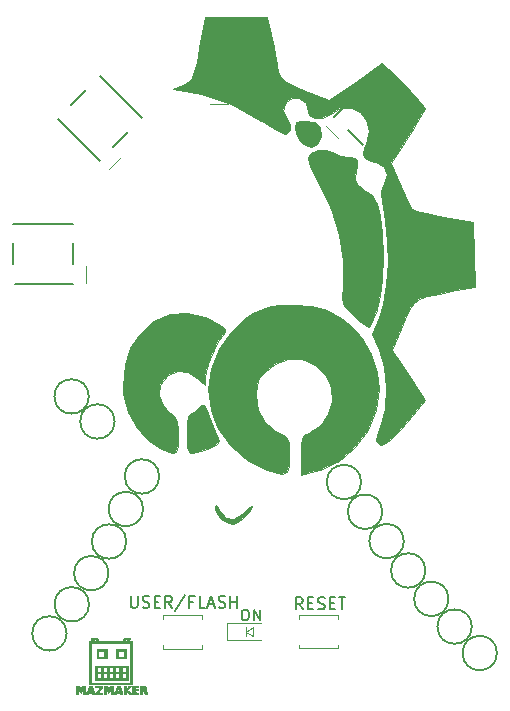
<source format=gto>
%TF.GenerationSoftware,KiCad,Pcbnew,no-vcs-found-08a9dc0~61~ubuntu16.04.1*%
%TF.CreationDate,2017-11-29T13:42:57-07:00*%
%TF.ProjectId,001,3030312E6B696361645F706362000000,rev?*%
%TF.SameCoordinates,Original*%
%TF.FileFunction,Legend,Top*%
%TF.FilePolarity,Positive*%
%FSLAX46Y46*%
G04 Gerber Fmt 4.6, Leading zero omitted, Abs format (unit mm)*
G04 Created by KiCad (PCBNEW no-vcs-found-08a9dc0~61~ubuntu16.04.1) date Wed Nov 29 13:42:57 2017*
%MOMM*%
%LPD*%
G01*
G04 APERTURE LIST*
%ADD10C,0.152400*%
%ADD11C,0.010000*%
%ADD12C,0.050000*%
%ADD13C,0.120000*%
%ADD14C,0.100000*%
G04 APERTURE END LIST*
D10*
X135372619Y-99852380D02*
X135039285Y-99376190D01*
X134801190Y-99852380D02*
X134801190Y-98852380D01*
X135182142Y-98852380D01*
X135277380Y-98900000D01*
X135325000Y-98947619D01*
X135372619Y-99042857D01*
X135372619Y-99185714D01*
X135325000Y-99280952D01*
X135277380Y-99328571D01*
X135182142Y-99376190D01*
X134801190Y-99376190D01*
X135801190Y-99328571D02*
X136134523Y-99328571D01*
X136277380Y-99852380D02*
X135801190Y-99852380D01*
X135801190Y-98852380D01*
X136277380Y-98852380D01*
X136658333Y-99804761D02*
X136801190Y-99852380D01*
X137039285Y-99852380D01*
X137134523Y-99804761D01*
X137182142Y-99757142D01*
X137229761Y-99661904D01*
X137229761Y-99566666D01*
X137182142Y-99471428D01*
X137134523Y-99423809D01*
X137039285Y-99376190D01*
X136848809Y-99328571D01*
X136753571Y-99280952D01*
X136705952Y-99233333D01*
X136658333Y-99138095D01*
X136658333Y-99042857D01*
X136705952Y-98947619D01*
X136753571Y-98900000D01*
X136848809Y-98852380D01*
X137086904Y-98852380D01*
X137229761Y-98900000D01*
X137658333Y-99328571D02*
X137991666Y-99328571D01*
X138134523Y-99852380D02*
X137658333Y-99852380D01*
X137658333Y-98852380D01*
X138134523Y-98852380D01*
X138420238Y-98852380D02*
X138991666Y-98852380D01*
X138705952Y-99852380D02*
X138705952Y-98852380D01*
X120825000Y-98727380D02*
X120825000Y-99536904D01*
X120872619Y-99632142D01*
X120920238Y-99679761D01*
X121015476Y-99727380D01*
X121205952Y-99727380D01*
X121301190Y-99679761D01*
X121348809Y-99632142D01*
X121396428Y-99536904D01*
X121396428Y-98727380D01*
X121825000Y-99679761D02*
X121967857Y-99727380D01*
X122205952Y-99727380D01*
X122301190Y-99679761D01*
X122348809Y-99632142D01*
X122396428Y-99536904D01*
X122396428Y-99441666D01*
X122348809Y-99346428D01*
X122301190Y-99298809D01*
X122205952Y-99251190D01*
X122015476Y-99203571D01*
X121920238Y-99155952D01*
X121872619Y-99108333D01*
X121825000Y-99013095D01*
X121825000Y-98917857D01*
X121872619Y-98822619D01*
X121920238Y-98775000D01*
X122015476Y-98727380D01*
X122253571Y-98727380D01*
X122396428Y-98775000D01*
X122825000Y-99203571D02*
X123158333Y-99203571D01*
X123301190Y-99727380D02*
X122825000Y-99727380D01*
X122825000Y-98727380D01*
X123301190Y-98727380D01*
X124301190Y-99727380D02*
X123967857Y-99251190D01*
X123729761Y-99727380D02*
X123729761Y-98727380D01*
X124110714Y-98727380D01*
X124205952Y-98775000D01*
X124253571Y-98822619D01*
X124301190Y-98917857D01*
X124301190Y-99060714D01*
X124253571Y-99155952D01*
X124205952Y-99203571D01*
X124110714Y-99251190D01*
X123729761Y-99251190D01*
X125444047Y-98679761D02*
X124586904Y-99965476D01*
X126110714Y-99203571D02*
X125777380Y-99203571D01*
X125777380Y-99727380D02*
X125777380Y-98727380D01*
X126253571Y-98727380D01*
X127110714Y-99727380D02*
X126634523Y-99727380D01*
X126634523Y-98727380D01*
X127396428Y-99441666D02*
X127872619Y-99441666D01*
X127301190Y-99727380D02*
X127634523Y-98727380D01*
X127967857Y-99727380D01*
X128253571Y-99679761D02*
X128396428Y-99727380D01*
X128634523Y-99727380D01*
X128729761Y-99679761D01*
X128777380Y-99632142D01*
X128825000Y-99536904D01*
X128825000Y-99441666D01*
X128777380Y-99346428D01*
X128729761Y-99298809D01*
X128634523Y-99251190D01*
X128444047Y-99203571D01*
X128348809Y-99155952D01*
X128301190Y-99108333D01*
X128253571Y-99013095D01*
X128253571Y-98917857D01*
X128301190Y-98822619D01*
X128348809Y-98775000D01*
X128444047Y-98727380D01*
X128682142Y-98727380D01*
X128825000Y-98775000D01*
X129253571Y-99727380D02*
X129253571Y-98727380D01*
X129253571Y-99203571D02*
X129825000Y-99203571D01*
X129825000Y-99727380D02*
X129825000Y-98727380D01*
X130432857Y-99887142D02*
X130604285Y-99887142D01*
X130690000Y-99930000D01*
X130775714Y-100015714D01*
X130818571Y-100187142D01*
X130818571Y-100487142D01*
X130775714Y-100658571D01*
X130690000Y-100744285D01*
X130604285Y-100787142D01*
X130432857Y-100787142D01*
X130347142Y-100744285D01*
X130261428Y-100658571D01*
X130218571Y-100487142D01*
X130218571Y-100187142D01*
X130261428Y-100015714D01*
X130347142Y-99930000D01*
X130432857Y-99887142D01*
X131204285Y-100787142D02*
X131204285Y-99887142D01*
X131718571Y-100787142D01*
X131718571Y-99887142D01*
D11*
%TO.C,G\002A\002A\002A*%
G36*
X116480520Y-106530145D02*
X116563498Y-106713090D01*
X116638499Y-106530228D01*
X116713500Y-106347365D01*
X116821450Y-106347282D01*
X116929400Y-106347200D01*
X116929400Y-107033000D01*
X116778839Y-107033000D01*
X116771569Y-106785587D01*
X116764300Y-106538174D01*
X116690411Y-106722087D01*
X116649008Y-106818431D01*
X116616352Y-106875167D01*
X116586198Y-106901222D01*
X116561733Y-106906000D01*
X116527141Y-106895423D01*
X116492906Y-106857982D01*
X116452370Y-106785105D01*
X116428504Y-106734550D01*
X116350064Y-106563100D01*
X116345200Y-107033000D01*
X116167400Y-107033000D01*
X116167400Y-106347200D01*
X116397543Y-106347200D01*
X116480520Y-106530145D01*
X116480520Y-106530145D01*
G37*
X116480520Y-106530145D02*
X116563498Y-106713090D01*
X116638499Y-106530228D01*
X116713500Y-106347365D01*
X116821450Y-106347282D01*
X116929400Y-106347200D01*
X116929400Y-107033000D01*
X116778839Y-107033000D01*
X116771569Y-106785587D01*
X116764300Y-106538174D01*
X116690411Y-106722087D01*
X116649008Y-106818431D01*
X116616352Y-106875167D01*
X116586198Y-106901222D01*
X116561733Y-106906000D01*
X116527141Y-106895423D01*
X116492906Y-106857982D01*
X116452370Y-106785105D01*
X116428504Y-106734550D01*
X116350064Y-106563100D01*
X116345200Y-107033000D01*
X116167400Y-107033000D01*
X116167400Y-106347200D01*
X116397543Y-106347200D01*
X116480520Y-106530145D01*
G36*
X117622027Y-106674541D02*
X117665803Y-106794859D01*
X117702445Y-106897616D01*
X117728745Y-106973659D01*
X117741494Y-107013835D01*
X117742200Y-107017441D01*
X117719894Y-107027860D01*
X117665272Y-107032910D01*
X117656053Y-107033000D01*
X117593634Y-107025768D01*
X117563096Y-106996707D01*
X117553969Y-106969500D01*
X117540071Y-106932882D01*
X117512841Y-106913896D01*
X117458339Y-106906859D01*
X117398187Y-106906000D01*
X117316146Y-106908433D01*
X117270040Y-106919548D01*
X117245094Y-106945066D01*
X117234200Y-106969500D01*
X117205282Y-107014948D01*
X117154014Y-107031817D01*
X117123007Y-107033000D01*
X117035957Y-107033000D01*
X117139025Y-106756273D01*
X117315573Y-106756273D01*
X117332995Y-106774835D01*
X117379051Y-106778942D01*
X117399300Y-106779000D01*
X117458098Y-106777402D01*
X117487429Y-106773474D01*
X117488179Y-106772650D01*
X117479956Y-106747440D01*
X117458913Y-106689749D01*
X117441585Y-106643671D01*
X117395013Y-106521042D01*
X117352706Y-106631820D01*
X117323303Y-106712266D01*
X117315573Y-106756273D01*
X117139025Y-106756273D01*
X117160478Y-106698674D01*
X117205268Y-106577842D01*
X117242907Y-106475201D01*
X117270205Y-106399539D01*
X117283969Y-106359642D01*
X117285000Y-106355774D01*
X117307653Y-106350544D01*
X117364644Y-106347508D01*
X117393427Y-106347200D01*
X117501855Y-106347200D01*
X117622027Y-106674541D01*
X117622027Y-106674541D01*
G37*
X117622027Y-106674541D02*
X117665803Y-106794859D01*
X117702445Y-106897616D01*
X117728745Y-106973659D01*
X117741494Y-107013835D01*
X117742200Y-107017441D01*
X117719894Y-107027860D01*
X117665272Y-107032910D01*
X117656053Y-107033000D01*
X117593634Y-107025768D01*
X117563096Y-106996707D01*
X117553969Y-106969500D01*
X117540071Y-106932882D01*
X117512841Y-106913896D01*
X117458339Y-106906859D01*
X117398187Y-106906000D01*
X117316146Y-106908433D01*
X117270040Y-106919548D01*
X117245094Y-106945066D01*
X117234200Y-106969500D01*
X117205282Y-107014948D01*
X117154014Y-107031817D01*
X117123007Y-107033000D01*
X117035957Y-107033000D01*
X117139025Y-106756273D01*
X117315573Y-106756273D01*
X117332995Y-106774835D01*
X117379051Y-106778942D01*
X117399300Y-106779000D01*
X117458098Y-106777402D01*
X117487429Y-106773474D01*
X117488179Y-106772650D01*
X117479956Y-106747440D01*
X117458913Y-106689749D01*
X117441585Y-106643671D01*
X117395013Y-106521042D01*
X117352706Y-106631820D01*
X117323303Y-106712266D01*
X117315573Y-106756273D01*
X117139025Y-106756273D01*
X117160478Y-106698674D01*
X117205268Y-106577842D01*
X117242907Y-106475201D01*
X117270205Y-106399539D01*
X117283969Y-106359642D01*
X117285000Y-106355774D01*
X117307653Y-106350544D01*
X117364644Y-106347508D01*
X117393427Y-106347200D01*
X117501855Y-106347200D01*
X117622027Y-106674541D01*
G36*
X118235917Y-106347700D02*
X118319148Y-106350230D01*
X118368807Y-106356331D01*
X118393505Y-106367546D01*
X118401854Y-106385417D01*
X118402600Y-106399511D01*
X118386863Y-106439654D01*
X118344304Y-106507387D01*
X118281897Y-106592376D01*
X118224800Y-106662963D01*
X118152625Y-106750053D01*
X118094537Y-106822774D01*
X118057279Y-106872513D01*
X118047000Y-106890052D01*
X118070253Y-106897912D01*
X118131447Y-106903608D01*
X118217733Y-106905987D01*
X118224800Y-106906000D01*
X118317690Y-106906933D01*
X118370854Y-106912370D01*
X118395359Y-106926264D01*
X118402276Y-106952567D01*
X118402600Y-106969500D01*
X118402600Y-107033000D01*
X118110500Y-107033000D01*
X117985243Y-107032622D01*
X117902143Y-107030350D01*
X117852553Y-107024474D01*
X117827830Y-107013284D01*
X117819329Y-106995070D01*
X117818400Y-106975233D01*
X117834916Y-106929185D01*
X117880853Y-106854461D01*
X117950790Y-106759355D01*
X117996842Y-106702183D01*
X118175284Y-106486900D01*
X117996842Y-106479437D01*
X117903682Y-106474466D01*
X117850284Y-106466442D01*
X117825625Y-106451048D01*
X117818684Y-106423970D01*
X117818400Y-106409587D01*
X117818400Y-106347200D01*
X118110500Y-106347200D01*
X118235917Y-106347700D01*
X118235917Y-106347700D01*
G37*
X118235917Y-106347700D02*
X118319148Y-106350230D01*
X118368807Y-106356331D01*
X118393505Y-106367546D01*
X118401854Y-106385417D01*
X118402600Y-106399511D01*
X118386863Y-106439654D01*
X118344304Y-106507387D01*
X118281897Y-106592376D01*
X118224800Y-106662963D01*
X118152625Y-106750053D01*
X118094537Y-106822774D01*
X118057279Y-106872513D01*
X118047000Y-106890052D01*
X118070253Y-106897912D01*
X118131447Y-106903608D01*
X118217733Y-106905987D01*
X118224800Y-106906000D01*
X118317690Y-106906933D01*
X118370854Y-106912370D01*
X118395359Y-106926264D01*
X118402276Y-106952567D01*
X118402600Y-106969500D01*
X118402600Y-107033000D01*
X118110500Y-107033000D01*
X117985243Y-107032622D01*
X117902143Y-107030350D01*
X117852553Y-107024474D01*
X117827830Y-107013284D01*
X117819329Y-106995070D01*
X117818400Y-106975233D01*
X117834916Y-106929185D01*
X117880853Y-106854461D01*
X117950790Y-106759355D01*
X117996842Y-106702183D01*
X118175284Y-106486900D01*
X117996842Y-106479437D01*
X117903682Y-106474466D01*
X117850284Y-106466442D01*
X117825625Y-106451048D01*
X117818684Y-106423970D01*
X117818400Y-106409587D01*
X117818400Y-106347200D01*
X118110500Y-106347200D01*
X118235917Y-106347700D01*
G36*
X118842720Y-106530145D02*
X118925698Y-106713090D01*
X119000699Y-106530228D01*
X119075700Y-106347365D01*
X119183650Y-106347282D01*
X119291600Y-106347200D01*
X119291600Y-107033000D01*
X119141039Y-107033000D01*
X119133769Y-106785587D01*
X119126500Y-106538174D01*
X119052611Y-106722087D01*
X119011208Y-106818431D01*
X118978552Y-106875167D01*
X118948398Y-106901222D01*
X118923933Y-106906000D01*
X118889341Y-106895423D01*
X118855106Y-106857982D01*
X118814570Y-106785105D01*
X118790704Y-106734550D01*
X118712264Y-106563100D01*
X118707400Y-107033000D01*
X118529600Y-107033000D01*
X118529600Y-106347200D01*
X118759743Y-106347200D01*
X118842720Y-106530145D01*
X118842720Y-106530145D01*
G37*
X118842720Y-106530145D02*
X118925698Y-106713090D01*
X119000699Y-106530228D01*
X119075700Y-106347365D01*
X119183650Y-106347282D01*
X119291600Y-106347200D01*
X119291600Y-107033000D01*
X119141039Y-107033000D01*
X119133769Y-106785587D01*
X119126500Y-106538174D01*
X119052611Y-106722087D01*
X119011208Y-106818431D01*
X118978552Y-106875167D01*
X118948398Y-106901222D01*
X118923933Y-106906000D01*
X118889341Y-106895423D01*
X118855106Y-106857982D01*
X118814570Y-106785105D01*
X118790704Y-106734550D01*
X118712264Y-106563100D01*
X118707400Y-107033000D01*
X118529600Y-107033000D01*
X118529600Y-106347200D01*
X118759743Y-106347200D01*
X118842720Y-106530145D01*
G36*
X119984227Y-106674541D02*
X120028003Y-106794859D01*
X120064645Y-106897616D01*
X120090945Y-106973659D01*
X120103694Y-107013835D01*
X120104400Y-107017441D01*
X120082094Y-107027860D01*
X120027472Y-107032910D01*
X120018253Y-107033000D01*
X119955834Y-107025768D01*
X119925296Y-106996707D01*
X119916169Y-106969500D01*
X119902271Y-106932882D01*
X119875041Y-106913896D01*
X119820539Y-106906859D01*
X119760387Y-106906000D01*
X119678346Y-106908433D01*
X119632240Y-106919548D01*
X119607294Y-106945066D01*
X119596400Y-106969500D01*
X119567482Y-107014948D01*
X119516214Y-107031817D01*
X119485207Y-107033000D01*
X119398157Y-107033000D01*
X119501225Y-106756273D01*
X119677773Y-106756273D01*
X119695195Y-106774835D01*
X119741251Y-106778942D01*
X119761500Y-106779000D01*
X119820298Y-106777402D01*
X119849629Y-106773474D01*
X119850379Y-106772650D01*
X119842156Y-106747440D01*
X119821113Y-106689749D01*
X119803785Y-106643671D01*
X119757213Y-106521042D01*
X119714906Y-106631820D01*
X119685503Y-106712266D01*
X119677773Y-106756273D01*
X119501225Y-106756273D01*
X119522678Y-106698674D01*
X119567468Y-106577842D01*
X119605107Y-106475201D01*
X119632405Y-106399539D01*
X119646169Y-106359642D01*
X119647200Y-106355774D01*
X119669853Y-106350544D01*
X119726844Y-106347508D01*
X119755627Y-106347200D01*
X119864055Y-106347200D01*
X119984227Y-106674541D01*
X119984227Y-106674541D01*
G37*
X119984227Y-106674541D02*
X120028003Y-106794859D01*
X120064645Y-106897616D01*
X120090945Y-106973659D01*
X120103694Y-107013835D01*
X120104400Y-107017441D01*
X120082094Y-107027860D01*
X120027472Y-107032910D01*
X120018253Y-107033000D01*
X119955834Y-107025768D01*
X119925296Y-106996707D01*
X119916169Y-106969500D01*
X119902271Y-106932882D01*
X119875041Y-106913896D01*
X119820539Y-106906859D01*
X119760387Y-106906000D01*
X119678346Y-106908433D01*
X119632240Y-106919548D01*
X119607294Y-106945066D01*
X119596400Y-106969500D01*
X119567482Y-107014948D01*
X119516214Y-107031817D01*
X119485207Y-107033000D01*
X119398157Y-107033000D01*
X119501225Y-106756273D01*
X119677773Y-106756273D01*
X119695195Y-106774835D01*
X119741251Y-106778942D01*
X119761500Y-106779000D01*
X119820298Y-106777402D01*
X119849629Y-106773474D01*
X119850379Y-106772650D01*
X119842156Y-106747440D01*
X119821113Y-106689749D01*
X119803785Y-106643671D01*
X119757213Y-106521042D01*
X119714906Y-106631820D01*
X119685503Y-106712266D01*
X119677773Y-106756273D01*
X119501225Y-106756273D01*
X119522678Y-106698674D01*
X119567468Y-106577842D01*
X119605107Y-106475201D01*
X119632405Y-106399539D01*
X119646169Y-106359642D01*
X119647200Y-106355774D01*
X119669853Y-106350544D01*
X119726844Y-106347508D01*
X119755627Y-106347200D01*
X119864055Y-106347200D01*
X119984227Y-106674541D01*
G36*
X120349524Y-106349640D02*
X120375390Y-106366176D01*
X120383251Y-106410636D01*
X120383800Y-106461500D01*
X120387796Y-106529678D01*
X120397906Y-106570565D01*
X120403911Y-106575800D01*
X120430896Y-106558973D01*
X120481201Y-106515127D01*
X120536200Y-106461500D01*
X120605218Y-106396182D01*
X120659358Y-106361499D01*
X120715502Y-106348439D01*
X120750304Y-106347200D01*
X120852232Y-106347200D01*
X120688573Y-106512326D01*
X120524915Y-106677452D01*
X120877737Y-107033000D01*
X120775863Y-107033000D01*
X120715813Y-107028193D01*
X120665183Y-107008174D01*
X120608968Y-106964548D01*
X120548900Y-106906000D01*
X120484173Y-106842980D01*
X120432433Y-106797533D01*
X120404405Y-106779048D01*
X120403804Y-106779000D01*
X120392391Y-106801852D01*
X120385148Y-106860279D01*
X120383800Y-106906000D01*
X120383800Y-107033000D01*
X120206000Y-107033000D01*
X120206000Y-106347200D01*
X120294900Y-106347200D01*
X120349524Y-106349640D01*
X120349524Y-106349640D01*
G37*
X120349524Y-106349640D02*
X120375390Y-106366176D01*
X120383251Y-106410636D01*
X120383800Y-106461500D01*
X120387796Y-106529678D01*
X120397906Y-106570565D01*
X120403911Y-106575800D01*
X120430896Y-106558973D01*
X120481201Y-106515127D01*
X120536200Y-106461500D01*
X120605218Y-106396182D01*
X120659358Y-106361499D01*
X120715502Y-106348439D01*
X120750304Y-106347200D01*
X120852232Y-106347200D01*
X120688573Y-106512326D01*
X120524915Y-106677452D01*
X120877737Y-107033000D01*
X120775863Y-107033000D01*
X120715813Y-107028193D01*
X120665183Y-107008174D01*
X120608968Y-106964548D01*
X120548900Y-106906000D01*
X120484173Y-106842980D01*
X120432433Y-106797533D01*
X120404405Y-106779048D01*
X120403804Y-106779000D01*
X120392391Y-106801852D01*
X120385148Y-106860279D01*
X120383800Y-106906000D01*
X120383800Y-107033000D01*
X120206000Y-107033000D01*
X120206000Y-106347200D01*
X120294900Y-106347200D01*
X120349524Y-106349640D01*
G36*
X121295690Y-106347668D02*
X121366194Y-106350710D01*
X121404928Y-106358778D01*
X121421405Y-106374328D01*
X121425141Y-106399812D01*
X121425200Y-106409432D01*
X121421151Y-106444754D01*
X121400926Y-106464440D01*
X121352409Y-106474285D01*
X121279150Y-106479282D01*
X121195616Y-106485888D01*
X121150203Y-106498113D01*
X121130231Y-106521284D01*
X121124983Y-106544050D01*
X121124309Y-106576608D01*
X121141894Y-106593687D01*
X121189272Y-106600229D01*
X121258333Y-106601200D01*
X121339007Y-106602846D01*
X121381243Y-106611401D01*
X121397382Y-106632288D01*
X121399800Y-106663372D01*
X121395215Y-106699959D01*
X121373044Y-106719763D01*
X121320659Y-106729397D01*
X121266450Y-106733222D01*
X121188895Y-106739344D01*
X121149331Y-106751457D01*
X121134992Y-106777591D01*
X121133100Y-106817100D01*
X121135210Y-106858725D01*
X121149349Y-106882186D01*
X121187230Y-106893663D01*
X121260568Y-106899338D01*
X121291850Y-106900862D01*
X121378580Y-106906411D01*
X121426178Y-106915979D01*
X121446296Y-106934696D01*
X121450590Y-106967688D01*
X121450600Y-106970712D01*
X121448921Y-106998979D01*
X121437701Y-107017063D01*
X121407666Y-107027238D01*
X121349542Y-107031778D01*
X121254054Y-107032959D01*
X121196600Y-107033000D01*
X120942600Y-107033000D01*
X120942600Y-106347200D01*
X121183900Y-106347200D01*
X121295690Y-106347668D01*
X121295690Y-106347668D01*
G37*
X121295690Y-106347668D02*
X121366194Y-106350710D01*
X121404928Y-106358778D01*
X121421405Y-106374328D01*
X121425141Y-106399812D01*
X121425200Y-106409432D01*
X121421151Y-106444754D01*
X121400926Y-106464440D01*
X121352409Y-106474285D01*
X121279150Y-106479282D01*
X121195616Y-106485888D01*
X121150203Y-106498113D01*
X121130231Y-106521284D01*
X121124983Y-106544050D01*
X121124309Y-106576608D01*
X121141894Y-106593687D01*
X121189272Y-106600229D01*
X121258333Y-106601200D01*
X121339007Y-106602846D01*
X121381243Y-106611401D01*
X121397382Y-106632288D01*
X121399800Y-106663372D01*
X121395215Y-106699959D01*
X121373044Y-106719763D01*
X121320659Y-106729397D01*
X121266450Y-106733222D01*
X121188895Y-106739344D01*
X121149331Y-106751457D01*
X121134992Y-106777591D01*
X121133100Y-106817100D01*
X121135210Y-106858725D01*
X121149349Y-106882186D01*
X121187230Y-106893663D01*
X121260568Y-106899338D01*
X121291850Y-106900862D01*
X121378580Y-106906411D01*
X121426178Y-106915979D01*
X121446296Y-106934696D01*
X121450590Y-106967688D01*
X121450600Y-106970712D01*
X121448921Y-106998979D01*
X121437701Y-107017063D01*
X121407666Y-107027238D01*
X121349542Y-107031778D01*
X121254054Y-107032959D01*
X121196600Y-107033000D01*
X120942600Y-107033000D01*
X120942600Y-106347200D01*
X121183900Y-106347200D01*
X121295690Y-106347668D01*
G36*
X121915225Y-106354763D02*
X122017093Y-106378357D01*
X122080418Y-106419334D01*
X122091561Y-106433552D01*
X122110853Y-106500266D01*
X122103381Y-106581414D01*
X122072752Y-106650707D01*
X122059805Y-106665056D01*
X122025319Y-106700760D01*
X122027011Y-106728405D01*
X122056939Y-106764243D01*
X122098358Y-106819977D01*
X122144485Y-106896598D01*
X122159449Y-106925050D01*
X122213632Y-107033000D01*
X122117866Y-107032926D01*
X122059673Y-107028841D01*
X122020725Y-107008988D01*
X121985755Y-106961802D01*
X121958600Y-106912276D01*
X121911353Y-106835157D01*
X121866877Y-106795667D01*
X121825250Y-106783662D01*
X121784117Y-106781775D01*
X121763463Y-106796591D01*
X121756241Y-106840280D01*
X121755400Y-106904312D01*
X121755400Y-107033000D01*
X121577600Y-107033000D01*
X121577600Y-106563100D01*
X121755400Y-106563100D01*
X121758609Y-106623712D01*
X121777358Y-106647506D01*
X121825326Y-106648429D01*
X121837950Y-106647259D01*
X121895156Y-106635805D01*
X121917354Y-106606159D01*
X121920500Y-106563100D01*
X121914066Y-106509673D01*
X121884269Y-106486310D01*
X121837950Y-106478940D01*
X121783356Y-106477258D01*
X121760413Y-106495968D01*
X121755442Y-106549017D01*
X121755400Y-106563100D01*
X121577600Y-106563100D01*
X121577600Y-106347200D01*
X121769769Y-106347200D01*
X121915225Y-106354763D01*
X121915225Y-106354763D01*
G37*
X121915225Y-106354763D02*
X122017093Y-106378357D01*
X122080418Y-106419334D01*
X122091561Y-106433552D01*
X122110853Y-106500266D01*
X122103381Y-106581414D01*
X122072752Y-106650707D01*
X122059805Y-106665056D01*
X122025319Y-106700760D01*
X122027011Y-106728405D01*
X122056939Y-106764243D01*
X122098358Y-106819977D01*
X122144485Y-106896598D01*
X122159449Y-106925050D01*
X122213632Y-107033000D01*
X122117866Y-107032926D01*
X122059673Y-107028841D01*
X122020725Y-107008988D01*
X121985755Y-106961802D01*
X121958600Y-106912276D01*
X121911353Y-106835157D01*
X121866877Y-106795667D01*
X121825250Y-106783662D01*
X121784117Y-106781775D01*
X121763463Y-106796591D01*
X121756241Y-106840280D01*
X121755400Y-106904312D01*
X121755400Y-107033000D01*
X121577600Y-107033000D01*
X121577600Y-106563100D01*
X121755400Y-106563100D01*
X121758609Y-106623712D01*
X121777358Y-106647506D01*
X121825326Y-106648429D01*
X121837950Y-106647259D01*
X121895156Y-106635805D01*
X121917354Y-106606159D01*
X121920500Y-106563100D01*
X121914066Y-106509673D01*
X121884269Y-106486310D01*
X121837950Y-106478940D01*
X121783356Y-106477258D01*
X121760413Y-106495968D01*
X121755442Y-106549017D01*
X121755400Y-106563100D01*
X121577600Y-106563100D01*
X121577600Y-106347200D01*
X121769769Y-106347200D01*
X121915225Y-106354763D01*
G36*
X118047000Y-102422900D02*
X118126928Y-102562600D01*
X120068417Y-102562600D01*
X120255944Y-102562600D01*
X120353267Y-102562600D01*
X120421028Y-102556618D01*
X120461327Y-102529209D01*
X120492816Y-102474052D01*
X120535041Y-102385505D01*
X120460021Y-102346711D01*
X120385001Y-102307916D01*
X120320473Y-102435258D01*
X120255944Y-102562600D01*
X120068417Y-102562600D01*
X120136932Y-102422900D01*
X120205448Y-102283200D01*
X120444946Y-102283200D01*
X120580214Y-102284085D01*
X120670721Y-102288915D01*
X120722503Y-102300945D01*
X120741594Y-102323434D01*
X120734031Y-102359638D01*
X120705848Y-102412816D01*
X120700873Y-102421335D01*
X120664200Y-102487070D01*
X120641452Y-102533921D01*
X120637800Y-102545781D01*
X120660775Y-102554993D01*
X120720040Y-102561102D01*
X120777500Y-102562600D01*
X120917200Y-102562600D01*
X120917200Y-106169400D01*
X117259600Y-106169400D01*
X117259600Y-106093200D01*
X117437400Y-106093200D01*
X120764800Y-106093200D01*
X120764800Y-102717559D01*
X119101100Y-102715735D01*
X117437400Y-102713910D01*
X117437400Y-106093200D01*
X117259600Y-106093200D01*
X117259600Y-102562600D01*
X117540032Y-102562600D01*
X117486943Y-102458537D01*
X117459754Y-102399413D01*
X117640600Y-102399413D01*
X117651142Y-102428903D01*
X117676781Y-102482660D01*
X117679352Y-102487661D01*
X117713512Y-102537787D01*
X117759409Y-102558910D01*
X117819052Y-102562600D01*
X117882461Y-102559537D01*
X117917541Y-102551892D01*
X117920000Y-102548888D01*
X117909687Y-102521444D01*
X117884484Y-102466588D01*
X117852993Y-102401946D01*
X117823814Y-102345147D01*
X117805549Y-102313819D01*
X117804938Y-102313077D01*
X117780201Y-102317502D01*
X117732341Y-102338972D01*
X117681026Y-102367152D01*
X117645924Y-102391711D01*
X117640600Y-102399413D01*
X117459754Y-102399413D01*
X117453741Y-102386339D01*
X117444786Y-102337151D01*
X117465728Y-102306612D01*
X117522214Y-102290364D01*
X117619894Y-102284047D01*
X117714138Y-102283200D01*
X117967071Y-102283200D01*
X118047000Y-102422900D01*
X118047000Y-102422900D01*
G37*
X118047000Y-102422900D02*
X118126928Y-102562600D01*
X120068417Y-102562600D01*
X120255944Y-102562600D01*
X120353267Y-102562600D01*
X120421028Y-102556618D01*
X120461327Y-102529209D01*
X120492816Y-102474052D01*
X120535041Y-102385505D01*
X120460021Y-102346711D01*
X120385001Y-102307916D01*
X120320473Y-102435258D01*
X120255944Y-102562600D01*
X120068417Y-102562600D01*
X120136932Y-102422900D01*
X120205448Y-102283200D01*
X120444946Y-102283200D01*
X120580214Y-102284085D01*
X120670721Y-102288915D01*
X120722503Y-102300945D01*
X120741594Y-102323434D01*
X120734031Y-102359638D01*
X120705848Y-102412816D01*
X120700873Y-102421335D01*
X120664200Y-102487070D01*
X120641452Y-102533921D01*
X120637800Y-102545781D01*
X120660775Y-102554993D01*
X120720040Y-102561102D01*
X120777500Y-102562600D01*
X120917200Y-102562600D01*
X120917200Y-106169400D01*
X117259600Y-106169400D01*
X117259600Y-106093200D01*
X117437400Y-106093200D01*
X120764800Y-106093200D01*
X120764800Y-102717559D01*
X119101100Y-102715735D01*
X117437400Y-102713910D01*
X117437400Y-106093200D01*
X117259600Y-106093200D01*
X117259600Y-102562600D01*
X117540032Y-102562600D01*
X117486943Y-102458537D01*
X117459754Y-102399413D01*
X117640600Y-102399413D01*
X117651142Y-102428903D01*
X117676781Y-102482660D01*
X117679352Y-102487661D01*
X117713512Y-102537787D01*
X117759409Y-102558910D01*
X117819052Y-102562600D01*
X117882461Y-102559537D01*
X117917541Y-102551892D01*
X117920000Y-102548888D01*
X117909687Y-102521444D01*
X117884484Y-102466588D01*
X117852993Y-102401946D01*
X117823814Y-102345147D01*
X117805549Y-102313819D01*
X117804938Y-102313077D01*
X117780201Y-102317502D01*
X117732341Y-102338972D01*
X117681026Y-102367152D01*
X117645924Y-102391711D01*
X117640600Y-102399413D01*
X117459754Y-102399413D01*
X117453741Y-102386339D01*
X117444786Y-102337151D01*
X117465728Y-102306612D01*
X117522214Y-102290364D01*
X117619894Y-102284047D01*
X117714138Y-102283200D01*
X117967071Y-102283200D01*
X118047000Y-102422900D01*
G36*
X120536200Y-105864600D02*
X117793000Y-105864600D01*
X117793000Y-105255000D01*
X117945400Y-105255000D01*
X117945400Y-105686800D01*
X118301000Y-105686800D01*
X118301000Y-105255000D01*
X118478800Y-105255000D01*
X118478800Y-105686800D01*
X118834400Y-105686800D01*
X118834400Y-105255000D01*
X118986800Y-105255000D01*
X118986800Y-105686800D01*
X119342400Y-105686800D01*
X119342400Y-105280400D01*
X119494800Y-105280400D01*
X119494800Y-105712200D01*
X119850400Y-105712200D01*
X119850400Y-105280400D01*
X119494800Y-105280400D01*
X119342400Y-105280400D01*
X119342400Y-105255000D01*
X120028200Y-105255000D01*
X120028200Y-105686800D01*
X120383800Y-105686800D01*
X120383800Y-105255000D01*
X120028200Y-105255000D01*
X119342400Y-105255000D01*
X118986800Y-105255000D01*
X118834400Y-105255000D01*
X118478800Y-105255000D01*
X118301000Y-105255000D01*
X117945400Y-105255000D01*
X117793000Y-105255000D01*
X117793000Y-104772400D01*
X117945400Y-104772400D01*
X117945400Y-105204200D01*
X118301000Y-105204200D01*
X118301000Y-104772400D01*
X118453400Y-104772400D01*
X118453400Y-104971366D01*
X118455552Y-105067645D01*
X118461255Y-105143436D01*
X118469379Y-105185086D01*
X118471373Y-105188306D01*
X118504262Y-105196471D01*
X118572602Y-105200203D01*
X118655523Y-105198890D01*
X118821700Y-105191500D01*
X118836454Y-104772400D01*
X118986800Y-104772400D01*
X118986800Y-105204200D01*
X119342400Y-105204200D01*
X119342400Y-104772400D01*
X119494800Y-104772400D01*
X119494800Y-105204200D01*
X119850400Y-105204200D01*
X119850400Y-104772400D01*
X120028200Y-104772400D01*
X120028200Y-105204200D01*
X120383800Y-105204200D01*
X120383800Y-104772400D01*
X120028200Y-104772400D01*
X119850400Y-104772400D01*
X119494800Y-104772400D01*
X119342400Y-104772400D01*
X118986800Y-104772400D01*
X118836454Y-104772400D01*
X118453400Y-104772400D01*
X118301000Y-104772400D01*
X117945400Y-104772400D01*
X117793000Y-104772400D01*
X117793000Y-104620000D01*
X120536200Y-104620000D01*
X120536200Y-105864600D01*
X120536200Y-105864600D01*
G37*
X120536200Y-105864600D02*
X117793000Y-105864600D01*
X117793000Y-105255000D01*
X117945400Y-105255000D01*
X117945400Y-105686800D01*
X118301000Y-105686800D01*
X118301000Y-105255000D01*
X118478800Y-105255000D01*
X118478800Y-105686800D01*
X118834400Y-105686800D01*
X118834400Y-105255000D01*
X118986800Y-105255000D01*
X118986800Y-105686800D01*
X119342400Y-105686800D01*
X119342400Y-105280400D01*
X119494800Y-105280400D01*
X119494800Y-105712200D01*
X119850400Y-105712200D01*
X119850400Y-105280400D01*
X119494800Y-105280400D01*
X119342400Y-105280400D01*
X119342400Y-105255000D01*
X120028200Y-105255000D01*
X120028200Y-105686800D01*
X120383800Y-105686800D01*
X120383800Y-105255000D01*
X120028200Y-105255000D01*
X119342400Y-105255000D01*
X118986800Y-105255000D01*
X118834400Y-105255000D01*
X118478800Y-105255000D01*
X118301000Y-105255000D01*
X117945400Y-105255000D01*
X117793000Y-105255000D01*
X117793000Y-104772400D01*
X117945400Y-104772400D01*
X117945400Y-105204200D01*
X118301000Y-105204200D01*
X118301000Y-104772400D01*
X118453400Y-104772400D01*
X118453400Y-104971366D01*
X118455552Y-105067645D01*
X118461255Y-105143436D01*
X118469379Y-105185086D01*
X118471373Y-105188306D01*
X118504262Y-105196471D01*
X118572602Y-105200203D01*
X118655523Y-105198890D01*
X118821700Y-105191500D01*
X118836454Y-104772400D01*
X118986800Y-104772400D01*
X118986800Y-105204200D01*
X119342400Y-105204200D01*
X119342400Y-104772400D01*
X119494800Y-104772400D01*
X119494800Y-105204200D01*
X119850400Y-105204200D01*
X119850400Y-104772400D01*
X120028200Y-104772400D01*
X120028200Y-105204200D01*
X120383800Y-105204200D01*
X120383800Y-104772400D01*
X120028200Y-104772400D01*
X119850400Y-104772400D01*
X119494800Y-104772400D01*
X119342400Y-104772400D01*
X118986800Y-104772400D01*
X118836454Y-104772400D01*
X118453400Y-104772400D01*
X118301000Y-104772400D01*
X117945400Y-104772400D01*
X117793000Y-104772400D01*
X117793000Y-104620000D01*
X120536200Y-104620000D01*
X120536200Y-105864600D01*
G36*
X118758200Y-104010400D02*
X117920000Y-104010400D01*
X117920000Y-103350000D01*
X118072400Y-103350000D01*
X118072400Y-103858000D01*
X118580400Y-103858000D01*
X118580400Y-103350000D01*
X118072400Y-103350000D01*
X117920000Y-103350000D01*
X117920000Y-103197600D01*
X118758200Y-103197600D01*
X118758200Y-104010400D01*
X118758200Y-104010400D01*
G37*
X118758200Y-104010400D02*
X117920000Y-104010400D01*
X117920000Y-103350000D01*
X118072400Y-103350000D01*
X118072400Y-103858000D01*
X118580400Y-103858000D01*
X118580400Y-103350000D01*
X118072400Y-103350000D01*
X117920000Y-103350000D01*
X117920000Y-103197600D01*
X118758200Y-103197600D01*
X118758200Y-104010400D01*
G36*
X120383800Y-104010400D02*
X119571000Y-104010400D01*
X119571000Y-103350000D01*
X119723400Y-103350000D01*
X119723400Y-103858000D01*
X120231400Y-103858000D01*
X120231400Y-103350000D01*
X119723400Y-103350000D01*
X119571000Y-103350000D01*
X119571000Y-103197600D01*
X120383800Y-103197600D01*
X120383800Y-104010400D01*
X120383800Y-104010400D01*
G37*
X120383800Y-104010400D02*
X119571000Y-104010400D01*
X119571000Y-103350000D01*
X119723400Y-103350000D01*
X119723400Y-103858000D01*
X120231400Y-103858000D01*
X120231400Y-103350000D01*
X119723400Y-103350000D01*
X119571000Y-103350000D01*
X119571000Y-103197600D01*
X120383800Y-103197600D01*
X120383800Y-104010400D01*
D10*
%TO.C,LED1*%
X143733000Y-70640200D02*
X143733000Y-68862200D01*
X148813000Y-72291200D02*
X143733000Y-72291200D01*
X143733000Y-67211200D02*
X148686000Y-67211200D01*
X148813000Y-70640200D02*
X148813000Y-68862200D01*
D12*
X142673000Y-68751200D02*
X142673000Y-67251200D01*
D10*
%TO.C,LED2*%
X140482567Y-60578169D02*
X139225331Y-59320933D01*
X145242102Y-58153500D02*
X141650000Y-61745602D01*
X138057898Y-58153500D02*
X141560197Y-54651200D01*
X144074669Y-56986067D02*
X142817433Y-55728831D01*
D12*
X138397309Y-59991978D02*
X137336649Y-58931317D01*
D10*
%TO.C,LED3*%
X130921000Y-56014800D02*
X129143000Y-56014800D01*
X132572000Y-50934800D02*
X132572000Y-56014800D01*
X127492000Y-56014800D02*
X127492000Y-51061800D01*
X130921000Y-50934800D02*
X129143000Y-50934800D01*
D12*
X129032000Y-57074800D02*
X127532000Y-57074800D01*
D10*
%TO.C,LED4*%
X120604669Y-59463233D02*
X119347433Y-60720469D01*
X118180000Y-54703698D02*
X121772102Y-58295800D01*
X118180000Y-61887902D02*
X114677700Y-58385603D01*
X117012567Y-55871131D02*
X115755331Y-57128367D01*
D12*
X120018478Y-61548491D02*
X118957817Y-62609151D01*
D10*
%TO.C,LED5*%
X115925000Y-68867200D02*
X115925000Y-70645200D01*
X110845000Y-67216200D02*
X115925000Y-67216200D01*
X115925000Y-72296200D02*
X110972000Y-72296200D01*
X110845000Y-68867200D02*
X110845000Y-70645200D01*
D12*
X116985000Y-70756200D02*
X116985000Y-72256200D01*
D13*
%TO.C,D2*%
X128999000Y-101055000D02*
X128999000Y-102455000D01*
X128999000Y-102480400D02*
X131799000Y-102480400D01*
X128999000Y-101029600D02*
X131799000Y-101029600D01*
D14*
X131126000Y-101355000D02*
X131126000Y-102155000D01*
X131126000Y-102155000D02*
X130526000Y-101755000D01*
X130526000Y-101755000D02*
X131126000Y-101355000D01*
X130526000Y-101355000D02*
X130526000Y-102155000D01*
D10*
%TO.C,J10*%
X149685738Y-101326000D02*
G75*
G03X149685738Y-101326000I-1457738J0D01*
G01*
D11*
%TO.C,Eyes\002A\002A\002A*%
G36*
X134583000Y-74069396D02*
X136154986Y-74172893D01*
X137443626Y-74522214D01*
X138642095Y-75187140D01*
X139487344Y-75841036D01*
X140397323Y-76875162D01*
X141141608Y-78231833D01*
X141642410Y-79733256D01*
X141822000Y-81176999D01*
X141580126Y-82979703D01*
X140896034Y-84646432D01*
X139832020Y-86100634D01*
X138450378Y-87265753D01*
X136813405Y-88065234D01*
X136043500Y-88278184D01*
X135218000Y-88456363D01*
X135218000Y-86815997D01*
X135231316Y-85924362D01*
X135307617Y-85401701D01*
X135501427Y-85109059D01*
X135867272Y-84907479D01*
X135986590Y-84857270D01*
X136900656Y-84227183D01*
X137531169Y-83293728D01*
X137838542Y-82196478D01*
X137783183Y-81075006D01*
X137339441Y-80087775D01*
X136398938Y-79172935D01*
X135293842Y-78693679D01*
X134122459Y-78658511D01*
X132983093Y-79075937D01*
X132251567Y-79647632D01*
X131705411Y-80282619D01*
X131461220Y-80898551D01*
X131408000Y-81693119D01*
X131603632Y-82992930D01*
X132155579Y-84044663D01*
X133011412Y-84760701D01*
X133326592Y-84899499D01*
X133802562Y-85092191D01*
X134064369Y-85326600D01*
X134176030Y-85742878D01*
X134201563Y-86481177D01*
X134202000Y-86816025D01*
X134172411Y-87751192D01*
X134019743Y-88260974D01*
X133648145Y-88409164D01*
X132961765Y-88259557D01*
X132348479Y-88049649D01*
X130636388Y-87186238D01*
X129210138Y-85951821D01*
X128138493Y-84419559D01*
X127563498Y-82958905D01*
X127343446Y-81216759D01*
X127582665Y-79474106D01*
X128240676Y-77821636D01*
X129277002Y-76350036D01*
X130651166Y-75149996D01*
X131198818Y-74814035D01*
X131974893Y-74421280D01*
X132663505Y-74195191D01*
X133461951Y-74092357D01*
X134567528Y-74069365D01*
X134583000Y-74069396D01*
X134583000Y-74069396D01*
G37*
X134583000Y-74069396D02*
X136154986Y-74172893D01*
X137443626Y-74522214D01*
X138642095Y-75187140D01*
X139487344Y-75841036D01*
X140397323Y-76875162D01*
X141141608Y-78231833D01*
X141642410Y-79733256D01*
X141822000Y-81176999D01*
X141580126Y-82979703D01*
X140896034Y-84646432D01*
X139832020Y-86100634D01*
X138450378Y-87265753D01*
X136813405Y-88065234D01*
X136043500Y-88278184D01*
X135218000Y-88456363D01*
X135218000Y-86815997D01*
X135231316Y-85924362D01*
X135307617Y-85401701D01*
X135501427Y-85109059D01*
X135867272Y-84907479D01*
X135986590Y-84857270D01*
X136900656Y-84227183D01*
X137531169Y-83293728D01*
X137838542Y-82196478D01*
X137783183Y-81075006D01*
X137339441Y-80087775D01*
X136398938Y-79172935D01*
X135293842Y-78693679D01*
X134122459Y-78658511D01*
X132983093Y-79075937D01*
X132251567Y-79647632D01*
X131705411Y-80282619D01*
X131461220Y-80898551D01*
X131408000Y-81693119D01*
X131603632Y-82992930D01*
X132155579Y-84044663D01*
X133011412Y-84760701D01*
X133326592Y-84899499D01*
X133802562Y-85092191D01*
X134064369Y-85326600D01*
X134176030Y-85742878D01*
X134201563Y-86481177D01*
X134202000Y-86816025D01*
X134172411Y-87751192D01*
X134019743Y-88260974D01*
X133648145Y-88409164D01*
X132961765Y-88259557D01*
X132348479Y-88049649D01*
X130636388Y-87186238D01*
X129210138Y-85951821D01*
X128138493Y-84419559D01*
X127563498Y-82958905D01*
X127343446Y-81216759D01*
X127582665Y-79474106D01*
X128240676Y-77821636D01*
X129277002Y-76350036D01*
X130651166Y-75149996D01*
X131198818Y-74814035D01*
X131974893Y-74421280D01*
X132663505Y-74195191D01*
X133461951Y-74092357D01*
X134567528Y-74069365D01*
X134583000Y-74069396D01*
G36*
X127094034Y-75118255D02*
X127627126Y-75375367D01*
X128404313Y-75825140D01*
X128774652Y-76142905D01*
X128791592Y-76411572D01*
X128508584Y-76714051D01*
X128496591Y-76724039D01*
X128185378Y-77158493D01*
X127820752Y-77910158D01*
X127471129Y-78803071D01*
X127204924Y-79661266D01*
X127090552Y-80308781D01*
X127090000Y-80341803D01*
X127090000Y-80884551D01*
X126518500Y-80351104D01*
X125627435Y-79749260D01*
X124778308Y-79651833D01*
X123961284Y-80057886D01*
X123908412Y-80102236D01*
X123303348Y-80892398D01*
X123181485Y-81751641D01*
X123540375Y-82600019D01*
X123999666Y-83082508D01*
X124465855Y-83523920D01*
X124706417Y-83968546D01*
X124794257Y-84607959D01*
X124804000Y-85195997D01*
X124772694Y-86067608D01*
X124623621Y-86507862D01*
X124274046Y-86592191D01*
X123641234Y-86396029D01*
X123534000Y-86353919D01*
X122349274Y-85629254D01*
X121347883Y-84527641D01*
X120604454Y-83168363D01*
X120193612Y-81670705D01*
X120136325Y-80923000D01*
X120286588Y-79164354D01*
X120786848Y-77707093D01*
X121568339Y-76568250D01*
X122809479Y-75476620D01*
X124171368Y-74865717D01*
X125613167Y-74743582D01*
X127094034Y-75118255D01*
X127094034Y-75118255D01*
G37*
X127094034Y-75118255D02*
X127627126Y-75375367D01*
X128404313Y-75825140D01*
X128774652Y-76142905D01*
X128791592Y-76411572D01*
X128508584Y-76714051D01*
X128496591Y-76724039D01*
X128185378Y-77158493D01*
X127820752Y-77910158D01*
X127471129Y-78803071D01*
X127204924Y-79661266D01*
X127090552Y-80308781D01*
X127090000Y-80341803D01*
X127090000Y-80884551D01*
X126518500Y-80351104D01*
X125627435Y-79749260D01*
X124778308Y-79651833D01*
X123961284Y-80057886D01*
X123908412Y-80102236D01*
X123303348Y-80892398D01*
X123181485Y-81751641D01*
X123540375Y-82600019D01*
X123999666Y-83082508D01*
X124465855Y-83523920D01*
X124706417Y-83968546D01*
X124794257Y-84607959D01*
X124804000Y-85195997D01*
X124772694Y-86067608D01*
X124623621Y-86507862D01*
X124274046Y-86592191D01*
X123641234Y-86396029D01*
X123534000Y-86353919D01*
X122349274Y-85629254D01*
X121347883Y-84527641D01*
X120604454Y-83168363D01*
X120193612Y-81670705D01*
X120136325Y-80923000D01*
X120286588Y-79164354D01*
X120786848Y-77707093D01*
X121568339Y-76568250D01*
X122809479Y-75476620D01*
X124171368Y-74865717D01*
X125613167Y-74743582D01*
X127094034Y-75118255D01*
G36*
X127183949Y-82811297D02*
X127452218Y-83454713D01*
X127621953Y-83899332D01*
X127939883Y-84730530D01*
X128185817Y-85362470D01*
X128304529Y-85653693D01*
X128143703Y-85829556D01*
X127661457Y-86084501D01*
X127022435Y-86349938D01*
X126391278Y-86557275D01*
X125941859Y-86638000D01*
X125730340Y-86523331D01*
X125612871Y-86117419D01*
X125568313Y-85327404D01*
X125566000Y-84987000D01*
X125600250Y-84146256D01*
X125689864Y-83551614D01*
X125810105Y-83336000D01*
X126147630Y-83167124D01*
X126535093Y-82819832D01*
X126797300Y-82565284D01*
X126989614Y-82538630D01*
X127183949Y-82811297D01*
X127183949Y-82811297D01*
G37*
X127183949Y-82811297D02*
X127452218Y-83454713D01*
X127621953Y-83899332D01*
X127939883Y-84730530D01*
X128185817Y-85362470D01*
X128304529Y-85653693D01*
X128143703Y-85829556D01*
X127661457Y-86084501D01*
X127022435Y-86349938D01*
X126391278Y-86557275D01*
X125941859Y-86638000D01*
X125730340Y-86523331D01*
X125612871Y-86117419D01*
X125568313Y-85327404D01*
X125566000Y-84987000D01*
X125600250Y-84146256D01*
X125689864Y-83551614D01*
X125810105Y-83336000D01*
X126147630Y-83167124D01*
X126535093Y-82819832D01*
X126797300Y-82565284D01*
X126989614Y-82538630D01*
X127183949Y-82811297D01*
D10*
%TO.C,J2*%
X140316738Y-89085600D02*
G75*
G03X140316738Y-89085600I-1457738J0D01*
G01*
%TO.C,J3*%
X123214738Y-88613200D02*
G75*
G03X123214738Y-88613200I-1457738J0D01*
G01*
%TO.C,J4*%
X142104738Y-91600200D02*
G75*
G03X142104738Y-91600200I-1457738J0D01*
G01*
%TO.C,J6*%
X143927738Y-94084400D02*
G75*
G03X143927738Y-94084400I-1457738J0D01*
G01*
%TO.C,J8*%
X147715738Y-98976200D02*
G75*
G03X147715738Y-98976200I-1457738J0D01*
G01*
%TO.C,J9*%
X117270738Y-99438700D02*
G75*
G03X117270738Y-99438700I-1457738J0D01*
G01*
%TO.C,J11*%
X118921738Y-96802200D02*
G75*
G03X118921738Y-96802200I-1457738J0D01*
G01*
%TO.C,J12*%
X151815738Y-103566000D02*
G75*
G03X151815738Y-103566000I-1457738J0D01*
G01*
%TO.C,J5*%
X121847738Y-91371600D02*
G75*
G03X121847738Y-91371600I-1457738J0D01*
G01*
%TO.C,J7*%
X120430738Y-94119900D02*
G75*
G03X120430738Y-94119900I-1457738J0D01*
G01*
%TO.C,J14*%
X145761738Y-96571000D02*
G75*
G03X145761738Y-96571000I-1457738J0D01*
G01*
%TO.C,J13*%
X115380738Y-101902000D02*
G75*
G03X115380738Y-101902000I-1457738J0D01*
G01*
D11*
%TO.C,Head\002A\002A\002A*%
G36*
X132686555Y-51127845D02*
X132910139Y-52231506D01*
X133112805Y-53329963D01*
X133168493Y-53662517D01*
X133303352Y-54341299D01*
X133521765Y-54817651D01*
X133934817Y-55192562D01*
X134653591Y-55567019D01*
X135783195Y-56039594D01*
X137582070Y-56767705D01*
X139851234Y-55204595D01*
X142120397Y-53641486D01*
X143908470Y-55413664D01*
X144704385Y-56227272D01*
X145318052Y-56901721D01*
X145657624Y-57333890D01*
X145696543Y-57421279D01*
X145553005Y-57747979D01*
X145168132Y-58428062D01*
X144610530Y-59343177D01*
X144279283Y-59866098D01*
X142862024Y-62075480D01*
X143621325Y-63872148D01*
X144038686Y-64818115D01*
X144400745Y-65565808D01*
X144627547Y-65951038D01*
X145002111Y-66124158D01*
X145791325Y-66345161D01*
X146851942Y-66576222D01*
X147331616Y-66665018D01*
X149788765Y-67096776D01*
X149949783Y-72539110D01*
X148317052Y-72855201D01*
X146876181Y-73131475D01*
X145877194Y-73349095D01*
X145212213Y-73577307D01*
X144773358Y-73885355D01*
X144452752Y-74342486D01*
X144142516Y-75017945D01*
X143844739Y-75725907D01*
X142929007Y-77871830D01*
X144345860Y-80017195D01*
X145762712Y-82162561D01*
X144629070Y-83511244D01*
X143591421Y-84701411D01*
X142822853Y-85470596D01*
X142271509Y-85862142D01*
X141885533Y-85919392D01*
X141796166Y-85879060D01*
X141612093Y-85627846D01*
X141669985Y-85150606D01*
X141940442Y-84410384D01*
X142341802Y-82871200D01*
X142450898Y-81102212D01*
X142272036Y-79345471D01*
X141824221Y-77874927D01*
X141212726Y-76534371D01*
X141808456Y-75193816D01*
X142182112Y-73973096D01*
X142432872Y-72369887D01*
X142552232Y-70554431D01*
X142531691Y-68696968D01*
X142362747Y-66967742D01*
X142250426Y-66343969D01*
X142051722Y-65291884D01*
X142001270Y-64619438D01*
X142098981Y-64161668D01*
X142249084Y-63890222D01*
X142509428Y-63096902D01*
X142266082Y-62414897D01*
X141578934Y-61986740D01*
X141434638Y-61951879D01*
X140721376Y-61739851D01*
X140463227Y-61392033D01*
X140592626Y-60762824D01*
X140726645Y-60426110D01*
X140954829Y-59346147D01*
X140752350Y-58426521D01*
X140217164Y-57750204D01*
X139447229Y-57400169D01*
X138540503Y-57459387D01*
X137736022Y-57892986D01*
X137037520Y-58241211D01*
X136374030Y-58265507D01*
X135919611Y-57988022D01*
X135818765Y-57649011D01*
X135606096Y-56968816D01*
X135093872Y-56587285D01*
X134470763Y-56557986D01*
X133925440Y-56934491D01*
X133830645Y-57084515D01*
X133674368Y-57646756D01*
X133964934Y-58168051D01*
X133996054Y-58202893D01*
X134283648Y-58758286D01*
X134266290Y-59292441D01*
X133964777Y-59589114D01*
X133861589Y-59601038D01*
X133501011Y-59457000D01*
X132813446Y-59077451D01*
X131940709Y-58541234D01*
X131847775Y-58481426D01*
X129312687Y-57105891D01*
X126782512Y-56248445D01*
X125792760Y-56057441D01*
X124396713Y-55848091D01*
X125263723Y-55437482D01*
X125675178Y-55207630D01*
X125964518Y-54901779D01*
X126185929Y-54398495D01*
X126393595Y-53576343D01*
X126630189Y-52375067D01*
X127129646Y-49723260D01*
X132385326Y-49723260D01*
X132686555Y-51127845D01*
X132686555Y-51127845D01*
G37*
X132686555Y-51127845D02*
X132910139Y-52231506D01*
X133112805Y-53329963D01*
X133168493Y-53662517D01*
X133303352Y-54341299D01*
X133521765Y-54817651D01*
X133934817Y-55192562D01*
X134653591Y-55567019D01*
X135783195Y-56039594D01*
X137582070Y-56767705D01*
X139851234Y-55204595D01*
X142120397Y-53641486D01*
X143908470Y-55413664D01*
X144704385Y-56227272D01*
X145318052Y-56901721D01*
X145657624Y-57333890D01*
X145696543Y-57421279D01*
X145553005Y-57747979D01*
X145168132Y-58428062D01*
X144610530Y-59343177D01*
X144279283Y-59866098D01*
X142862024Y-62075480D01*
X143621325Y-63872148D01*
X144038686Y-64818115D01*
X144400745Y-65565808D01*
X144627547Y-65951038D01*
X145002111Y-66124158D01*
X145791325Y-66345161D01*
X146851942Y-66576222D01*
X147331616Y-66665018D01*
X149788765Y-67096776D01*
X149949783Y-72539110D01*
X148317052Y-72855201D01*
X146876181Y-73131475D01*
X145877194Y-73349095D01*
X145212213Y-73577307D01*
X144773358Y-73885355D01*
X144452752Y-74342486D01*
X144142516Y-75017945D01*
X143844739Y-75725907D01*
X142929007Y-77871830D01*
X144345860Y-80017195D01*
X145762712Y-82162561D01*
X144629070Y-83511244D01*
X143591421Y-84701411D01*
X142822853Y-85470596D01*
X142271509Y-85862142D01*
X141885533Y-85919392D01*
X141796166Y-85879060D01*
X141612093Y-85627846D01*
X141669985Y-85150606D01*
X141940442Y-84410384D01*
X142341802Y-82871200D01*
X142450898Y-81102212D01*
X142272036Y-79345471D01*
X141824221Y-77874927D01*
X141212726Y-76534371D01*
X141808456Y-75193816D01*
X142182112Y-73973096D01*
X142432872Y-72369887D01*
X142552232Y-70554431D01*
X142531691Y-68696968D01*
X142362747Y-66967742D01*
X142250426Y-66343969D01*
X142051722Y-65291884D01*
X142001270Y-64619438D01*
X142098981Y-64161668D01*
X142249084Y-63890222D01*
X142509428Y-63096902D01*
X142266082Y-62414897D01*
X141578934Y-61986740D01*
X141434638Y-61951879D01*
X140721376Y-61739851D01*
X140463227Y-61392033D01*
X140592626Y-60762824D01*
X140726645Y-60426110D01*
X140954829Y-59346147D01*
X140752350Y-58426521D01*
X140217164Y-57750204D01*
X139447229Y-57400169D01*
X138540503Y-57459387D01*
X137736022Y-57892986D01*
X137037520Y-58241211D01*
X136374030Y-58265507D01*
X135919611Y-57988022D01*
X135818765Y-57649011D01*
X135606096Y-56968816D01*
X135093872Y-56587285D01*
X134470763Y-56557986D01*
X133925440Y-56934491D01*
X133830645Y-57084515D01*
X133674368Y-57646756D01*
X133964934Y-58168051D01*
X133996054Y-58202893D01*
X134283648Y-58758286D01*
X134266290Y-59292441D01*
X133964777Y-59589114D01*
X133861589Y-59601038D01*
X133501011Y-59457000D01*
X132813446Y-59077451D01*
X131940709Y-58541234D01*
X131847775Y-58481426D01*
X129312687Y-57105891D01*
X126782512Y-56248445D01*
X125792760Y-56057441D01*
X124396713Y-55848091D01*
X125263723Y-55437482D01*
X125675178Y-55207630D01*
X125964518Y-54901779D01*
X126185929Y-54398495D01*
X126393595Y-53576343D01*
X126630189Y-52375067D01*
X127129646Y-49723260D01*
X132385326Y-49723260D01*
X132686555Y-51127845D01*
G36*
X137878390Y-61152157D02*
X138627740Y-61475892D01*
X139293034Y-61576594D01*
X139802145Y-61610887D01*
X139997865Y-61819487D01*
X139967102Y-62360973D01*
X139911158Y-62704470D01*
X139826951Y-63452622D01*
X139972844Y-63886807D01*
X140448120Y-64242131D01*
X140596436Y-64327248D01*
X141201461Y-64815077D01*
X141637106Y-65543525D01*
X141924616Y-66591240D01*
X142085235Y-68036868D01*
X142140209Y-69959055D01*
X142140501Y-70043260D01*
X142097175Y-71865218D01*
X141945227Y-73272936D01*
X141668674Y-74408966D01*
X141642099Y-74488260D01*
X141333838Y-75297344D01*
X141069810Y-75830544D01*
X140946639Y-75958179D01*
X140643688Y-75779347D01*
X140077591Y-75335361D01*
X139682366Y-74996392D01*
X139084623Y-74442322D01*
X138781206Y-73998336D01*
X138699378Y-73453089D01*
X138766406Y-72595235D01*
X138787978Y-72397584D01*
X138792156Y-70394899D01*
X138428672Y-68184625D01*
X137738595Y-65948450D01*
X136927224Y-64165479D01*
X136413303Y-63159905D01*
X136025932Y-62312675D01*
X135830316Y-61769465D01*
X135818765Y-61689049D01*
X136057931Y-61233970D01*
X136635025Y-60966863D01*
X137339444Y-60942627D01*
X137878390Y-61152157D01*
X137878390Y-61152157D01*
G37*
X137878390Y-61152157D02*
X138627740Y-61475892D01*
X139293034Y-61576594D01*
X139802145Y-61610887D01*
X139997865Y-61819487D01*
X139967102Y-62360973D01*
X139911158Y-62704470D01*
X139826951Y-63452622D01*
X139972844Y-63886807D01*
X140448120Y-64242131D01*
X140596436Y-64327248D01*
X141201461Y-64815077D01*
X141637106Y-65543525D01*
X141924616Y-66591240D01*
X142085235Y-68036868D01*
X142140209Y-69959055D01*
X142140501Y-70043260D01*
X142097175Y-71865218D01*
X141945227Y-73272936D01*
X141668674Y-74408966D01*
X141642099Y-74488260D01*
X141333838Y-75297344D01*
X141069810Y-75830544D01*
X140946639Y-75958179D01*
X140643688Y-75779347D01*
X140077591Y-75335361D01*
X139682366Y-74996392D01*
X139084623Y-74442322D01*
X138781206Y-73998336D01*
X138699378Y-73453089D01*
X138766406Y-72595235D01*
X138787978Y-72397584D01*
X138792156Y-70394899D01*
X138428672Y-68184625D01*
X137738595Y-65948450D01*
X136927224Y-64165479D01*
X136413303Y-63159905D01*
X136025932Y-62312675D01*
X135830316Y-61769465D01*
X135818765Y-61689049D01*
X136057931Y-61233970D01*
X136635025Y-60966863D01*
X137339444Y-60942627D01*
X137878390Y-61152157D01*
G36*
X136378569Y-58614454D02*
X136836712Y-59047491D01*
X136899697Y-59772772D01*
X136620431Y-60446002D01*
X136082339Y-60690885D01*
X135435564Y-60468100D01*
X135168193Y-60226239D01*
X134790788Y-59571799D01*
X134689876Y-59084927D01*
X134816657Y-58628000D01*
X135298411Y-58479574D01*
X135465987Y-58476471D01*
X136378569Y-58614454D01*
X136378569Y-58614454D01*
G37*
X136378569Y-58614454D02*
X136836712Y-59047491D01*
X136899697Y-59772772D01*
X136620431Y-60446002D01*
X136082339Y-60690885D01*
X135435564Y-60468100D01*
X135168193Y-60226239D01*
X134790788Y-59571799D01*
X134689876Y-59084927D01*
X134816657Y-58628000D01*
X135298411Y-58479574D01*
X135465987Y-58476471D01*
X136378569Y-58614454D01*
%TO.C,Mouth\002A\002A\002A*%
G36*
X128266600Y-91393484D02*
X128311589Y-91480860D01*
X128862539Y-92122464D01*
X129540757Y-92241613D01*
X130246929Y-91832819D01*
X130455019Y-91599272D01*
X130845973Y-91167900D01*
X131045454Y-91076178D01*
X131052031Y-91107361D01*
X130831841Y-91592564D01*
X130313257Y-92126719D01*
X129709260Y-92519835D01*
X129367862Y-92609748D01*
X128738616Y-92418496D01*
X128391078Y-92166256D01*
X128030491Y-91602478D01*
X127951747Y-91249034D01*
X128030542Y-91056402D01*
X128266600Y-91393484D01*
X128266600Y-91393484D01*
G37*
X128266600Y-91393484D02*
X128311589Y-91480860D01*
X128862539Y-92122464D01*
X129540757Y-92241613D01*
X130246929Y-91832819D01*
X130455019Y-91599272D01*
X130845973Y-91167900D01*
X131045454Y-91076178D01*
X131052031Y-91107361D01*
X130831841Y-91592564D01*
X130313257Y-92126719D01*
X129709260Y-92519835D01*
X129367862Y-92609748D01*
X128738616Y-92418496D01*
X128391078Y-92166256D01*
X128030491Y-91602478D01*
X127951747Y-91249034D01*
X128030542Y-91056402D01*
X128266600Y-91393484D01*
D10*
%TO.C,J15*%
X119445738Y-83956200D02*
G75*
G03X119445738Y-83956200I-1457738J0D01*
G01*
%TO.C,J16*%
X117255738Y-81836200D02*
G75*
G03X117255738Y-81836200I-1457738J0D01*
G01*
D13*
%TO.C,SW1*%
X123546000Y-103181000D02*
X123546000Y-102881000D01*
X126846000Y-103181000D02*
X123546000Y-103181000D01*
X126846000Y-102881000D02*
X126846000Y-103181000D01*
X123546000Y-100381000D02*
X123546000Y-100681000D01*
X126846000Y-100381000D02*
X123546000Y-100381000D01*
X126846000Y-100681000D02*
X126846000Y-100381000D01*
%TO.C,SW2*%
X135088000Y-102875000D02*
X135088000Y-103175000D01*
X135088000Y-103175000D02*
X138388000Y-103175000D01*
X138388000Y-103175000D02*
X138388000Y-102875000D01*
X135088000Y-100675000D02*
X135088000Y-100375000D01*
X135088000Y-100375000D02*
X138388000Y-100375000D01*
X138388000Y-100375000D02*
X138388000Y-100675000D01*
%TD*%
M02*

</source>
